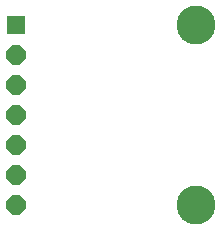
<source format=gbs>
G75*
G70*
%OFA0B0*%
%FSLAX24Y24*%
%IPPOS*%
%LPD*%
%AMOC8*
5,1,8,0,0,1.08239X$1,22.5*
%
%ADD10C,0.1300*%
%ADD11R,0.0640X0.0640*%
%ADD12OC8,0.0640*%
D10*
X007141Y004911D03*
X007141Y010911D03*
D11*
X001141Y010911D03*
D12*
X001141Y004911D03*
X001141Y005911D03*
X001141Y006911D03*
X001141Y007911D03*
X001141Y008911D03*
X001141Y009911D03*
M02*

</source>
